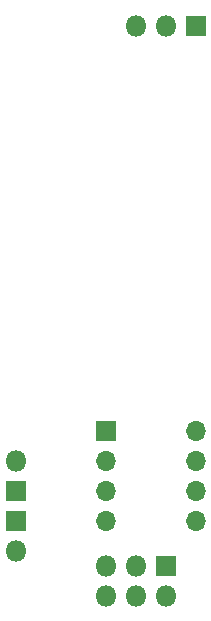
<source format=gbs>
G04 #@! TF.FileFunction,Soldermask,Bot*
%FSLAX46Y46*%
G04 Gerber Fmt 4.6, Leading zero omitted, Abs format (unit mm)*
G04 Created by KiCad (PCBNEW 4.0.7-e2-6376~61~ubuntu18.04.1) date Mon Jan 20 22:18:18 2020*
%MOMM*%
%LPD*%
G01*
G04 APERTURE LIST*
%ADD10C,0.100000*%
%ADD11R,1.801600X1.801600*%
%ADD12O,1.801600X1.801600*%
%ADD13R,1.701600X1.701600*%
%ADD14O,1.701600X1.701600*%
G04 APERTURE END LIST*
D10*
D11*
X17780000Y63500000D03*
D12*
X15240000Y63500000D03*
X12700000Y63500000D03*
D11*
X2540000Y21590000D03*
D12*
X2540000Y19050000D03*
D11*
X2540000Y24130000D03*
D12*
X2540000Y26670000D03*
D13*
X10160000Y29210000D03*
D14*
X17780000Y21590000D03*
X10160000Y26670000D03*
X17780000Y24130000D03*
X10160000Y24130000D03*
X17780000Y26670000D03*
X10160000Y21590000D03*
X17780000Y29210000D03*
D11*
X15240000Y17780000D03*
D12*
X15240000Y15240000D03*
X12700000Y17780000D03*
X12700000Y15240000D03*
X10160000Y17780000D03*
X10160000Y15240000D03*
M02*

</source>
